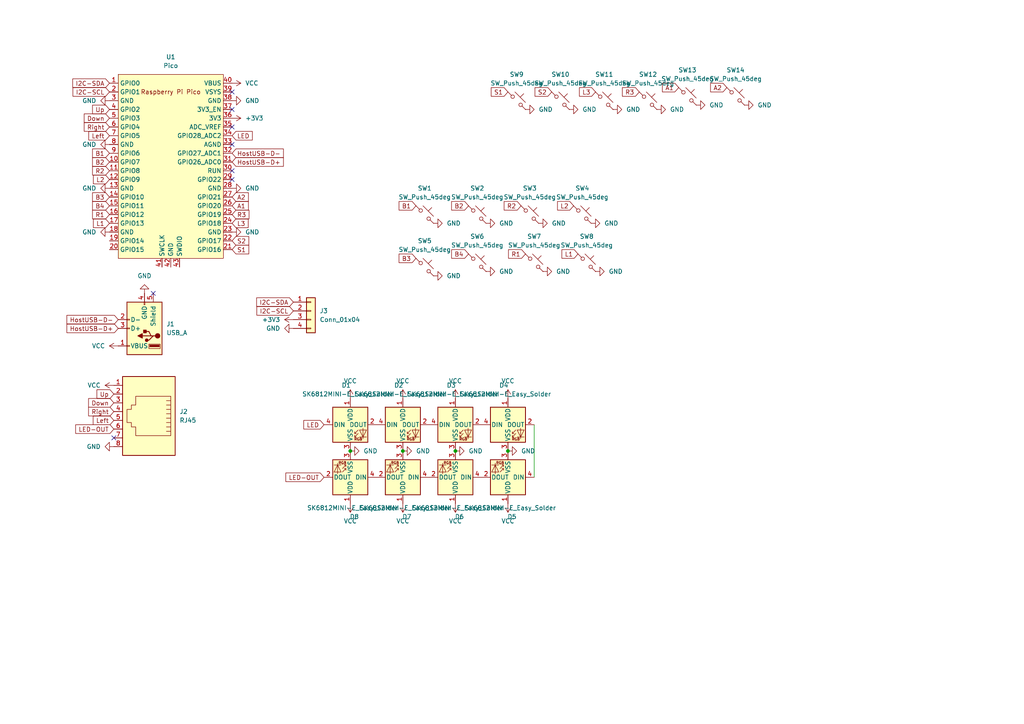
<source format=kicad_sch>
(kicad_sch (version 20230121) (generator eeschema)
  (paper "A4")
  (lib_symbols
    (symbol "Connector:RJ45" (pin_names (offset 1.016))
      (property "Reference" "J" (at -5.08 13.97 0))
      (property "Value" "RJ45" (at 2.54 13.97 0))
      (symbol "RJ45_0_1"
        (polyline (pts (xy -5.08 4.445) (xy -6.35 4.445)))
        (polyline (pts (xy -5.08 5.715) (xy -6.35 5.715)))
        (polyline (pts (xy -6.35 -3.175) (xy -5.08 -3.175) (xy -5.08 -3.175)))
        (polyline (pts (xy -6.35 -1.905) (xy -5.08 -1.905) (xy -5.08 -1.905)))
        (polyline (pts (xy -6.35 -0.635) (xy -5.08 -0.635) (xy -5.08 -0.635)))
        (polyline (pts (xy -6.35 0.635) (xy -5.08 0.635) (xy -5.08 0.635)))
        (polyline (pts (xy -6.35 1.905) (xy -5.08 1.905) (xy -5.08 1.905)))
        (polyline (pts (xy -5.08 3.175) (xy -6.35 3.175) (xy -6.35 3.175)))
        (polyline (pts (xy -6.35 -4.445) (xy -6.35 6.985) (xy 3.81 6.985) (xy 3.81 4.445) (xy 5.08 4.445) (xy 5.08 3.175) (xy 6.35 3.175) (xy 6.35 -0.635) (xy 5.08 -0.635) (xy 5.08 -1.905) (xy 3.81 -1.905) (xy 3.81 -4.445) (xy -6.35 -4.445) (xy -6.35 -4.445)))
        (rectangle (start 7.62 12.7) (end -7.62 -10.16) (stroke (width 0.254)) (fill (type background)))
      )
      (symbol "RJ45_1_1"
        (pin passive line (at 10.16 -7.62 180) (length 2.54) (name "~") (number "1"))
        (pin passive line (at 10.16 -5.08 180) (length 2.54) (name "~") (number "2"))
        (pin passive line (at 10.16 -2.54 180) (length 2.54) (name "~") (number "3"))
        (pin passive line (at 10.16 0 180) (length 2.54) (name "~") (number "4"))
        (pin passive line (at 10.16 2.54 180) (length 2.54) (name "~") (number "5"))
        (pin passive line (at 10.16 5.08 180) (length 2.54) (name "~") (number "6"))
        (pin passive line (at 10.16 7.62 180) (length 2.54) (name "~") (number "7"))
        (pin passive line (at 10.16 10.16 180) (length 2.54) (name "~") (number "8"))
      )
    )
    (symbol "Connector:USB_A" (pin_names (offset 1.016))
      (property "Reference" "J" (at -5.08 11.43 0))
      (property "Value" "USB_A" (at -5.08 8.89 0))
      (symbol "USB_A_0_1"
        (rectangle (start -5.08 -7.62) (end 5.08 7.62) (stroke (width 0.254)) (fill (type background)))
        (circle (center -3.81 2.159) (radius 0.635) (stroke (width 0.254)) (fill (type outline)))
        (rectangle (start -1.524 4.826) (end -4.318 5.334) (fill (type outline)))
        (rectangle (start -1.27 4.572) (end -4.572 5.842))
        (circle (center -0.635 3.429) (radius 0.381) (stroke (width 0.254)) (fill (type outline)))
        (rectangle (start -0.127 -7.62) (end 0.127 -6.858))
        (polyline (pts (xy -3.175 2.159) (xy -2.54 2.159) (xy -1.27 3.429) (xy -0.635 3.429)) (stroke (width 0.254)))
        (polyline (pts (xy -2.54 2.159) (xy -1.905 2.159) (xy -1.27 0.889) (xy 0 0.889)) (stroke (width 0.254)))
        (polyline (pts (xy 0.635 2.794) (xy 0.635 1.524) (xy 1.905 2.159) (xy 0.635 2.794)) (stroke (width 0.254)) (fill (type outline)))
        (rectangle (start 0.254 1.27) (end -0.508 0.508) (stroke (width 0.254)) (fill (type outline)))
        (rectangle (start 5.08 -2.667) (end 4.318 -2.413))
        (rectangle (start 5.08 -0.127) (end 4.318 0.127))
        (rectangle (start 5.08 4.953) (end 4.318 5.207))
      )
      (symbol "USB_A_1_1"
        (polyline (pts (xy -1.905 2.159) (xy 0.635 2.159)) (stroke (width 0.254)))
        (pin power_in line (at 7.62 5.08 180) (length 2.54) (name "VBUS") (number "1"))
        (pin bidirectional line (at 7.62 -2.54 180) (length 2.54) (name "D-") (number "2"))
        (pin bidirectional line (at 7.62 0 180) (length 2.54) (name "D+") (number "3"))
        (pin power_in line (at 0 -10.16 90) (length 2.54) (name "GND") (number "4"))
        (pin passive line (at -2.54 -10.16 90) (length 2.54) (name "Shield") (number "5"))
      )
    )
    (symbol "Connector_Generic:Conn_01x04" (pin_names (offset 1.016) hide)
      (property "Reference" "J" (at 0 5.08 0))
      (property "Value" "Conn_01x04" (at 0 -7.62 0))
      (symbol "Conn_01x04_1_1"
        (rectangle (start -1.27 -4.953) (end 0 -5.207) (stroke (width 0.1524)))
        (rectangle (start -1.27 -2.413) (end 0 -2.667) (stroke (width 0.1524)))
        (rectangle (start -1.27 0.127) (end 0 -0.127) (stroke (width 0.1524)))
        (rectangle (start -1.27 2.667) (end 0 2.413) (stroke (width 0.1524)))
        (rectangle (start -1.27 3.81) (end 1.27 -6.35) (stroke (width 0.254)) (fill (type background)))
        (pin passive line (at -5.08 2.54 0) (length 3.81) (name "Pin_1") (number "1"))
        (pin passive line (at -5.08 0 0) (length 3.81) (name "Pin_2") (number "2"))
        (pin passive line (at -5.08 -2.54 0) (length 3.81) (name "Pin_3") (number "3"))
        (pin passive line (at -5.08 -5.08 0) (length 3.81) (name "Pin_4") (number "4"))
      )
    )
    (symbol "MCU_RaspberryPi_and_Boards:Pico"
      (property "Reference" "U" (at -13.97 27.94 0))
      (property "Value" "Pico" (at 0 19.05 0))
      (symbol "Pico_0_0"
        (text "Raspberry Pi Pico" (at 0 21.59 0) (effects (font (size 1.27 1.27))))
      )
      (symbol "Pico_0_1"
        (rectangle (start -15.24 26.67) (end 15.24 -26.67) (fill (type background)))
      )
      (symbol "Pico_1_1"
        (pin bidirectional line (at -17.78 24.13 0) (length 2.54) (name "GPIO0") (number "1"))
        (pin bidirectional line (at -17.78 1.27 0) (length 2.54) (name "GPIO7") (number "10"))
        (pin bidirectional line (at -17.78 -1.27 0) (length 2.54) (name "GPIO8") (number "11"))
        (pin bidirectional line (at -17.78 -3.81 0) (length 2.54) (name "GPIO9") (number "12"))
        (pin power_in line (at -17.78 -6.35 0) (length 2.54) (name "GND") (number "13"))
        (pin bidirectional line (at -17.78 -8.89 0) (length 2.54) (name "GPIO10") (number "14"))
        (pin bidirectional line (at -17.78 -11.43 0) (length 2.54) (name "GPIO11") (number "15"))
        (pin bidirectional line (at -17.78 -13.97 0) (length 2.54) (name "GPIO12") (number "16"))
        (pin bidirectional line (at -17.78 -16.51 0) (length 2.54) (name "GPIO13") (number "17"))
        (pin power_in line (at -17.78 -19.05 0) (length 2.54) (name "GND") (number "18"))
        (pin bidirectional line (at -17.78 -21.59 0) (length 2.54) (name "GPIO14") (number "19"))
        (pin bidirectional line (at -17.78 21.59 0) (length 2.54) (name "GPIO1") (number "2"))
        (pin bidirectional line (at -17.78 -24.13 0) (length 2.54) (name "GPIO15") (number "20"))
        (pin bidirectional line (at 17.78 -24.13 180) (length 2.54) (name "GPIO16") (number "21"))
        (pin bidirectional line (at 17.78 -21.59 180) (length 2.54) (name "GPIO17") (number "22"))
        (pin power_in line (at 17.78 -19.05 180) (length 2.54) (name "GND") (number "23"))
        (pin bidirectional line (at 17.78 -16.51 180) (length 2.54) (name "GPIO18") (number "24"))
        (pin bidirectional line (at 17.78 -13.97 180) (length 2.54) (name "GPIO19") (number "25"))
        (pin bidirectional line (at 17.78 -11.43 180) (length 2.54) (name "GPIO20") (number "26"))
        (pin bidirectional line (at 17.78 -8.89 180) (length 2.54) (name "GPIO21") (number "27"))
        (pin power_in line (at 17.78 -6.35 180) (length 2.54) (name "GND") (number "28"))
        (pin bidirectional line (at 17.78 -3.81 180) (length 2.54) (name "GPIO22") (number "29"))
        (pin power_in line (at -17.78 19.05 0) (length 2.54) (name "GND") (number "3"))
        (pin input line (at 17.78 -1.27 180) (length 2.54) (name "RUN") (number "30"))
        (pin bidirectional line (at 17.78 1.27 180) (length 2.54) (name "GPIO26_ADC0") (number "31"))
        (pin bidirectional line (at 17.78 3.81 180) (length 2.54) (name "GPIO27_ADC1") (number "32"))
        (pin power_in line (at 17.78 6.35 180) (length 2.54) (name "AGND") (number "33"))
        (pin bidirectional line (at 17.78 8.89 180) (length 2.54) (name "GPIO28_ADC2") (number "34"))
        (pin power_in line (at 17.78 11.43 180) (length 2.54) (name "ADC_VREF") (number "35"))
        (pin power_in line (at 17.78 13.97 180) (length 2.54) (name "3V3") (number "36"))
        (pin input line (at 17.78 16.51 180) (length 2.54) (name "3V3_EN") (number "37"))
        (pin bidirectional line (at 17.78 19.05 180) (length 2.54) (name "GND") (number "38"))
        (pin power_in line (at 17.78 21.59 180) (length 2.54) (name "VSYS") (number "39"))
        (pin bidirectional line (at -17.78 16.51 0) (length 2.54) (name "GPIO2") (number "4"))
        (pin power_in line (at 17.78 24.13 180) (length 2.54) (name "VBUS") (number "40"))
        (pin input line (at -2.54 -29.21 90) (length 2.54) (name "SWCLK") (number "41"))
        (pin power_in line (at 0 -29.21 90) (length 2.54) (name "GND") (number "42"))
        (pin bidirectional line (at 2.54 -29.21 90) (length 2.54) (name "SWDIO") (number "43"))
        (pin bidirectional line (at -17.78 13.97 0) (length 2.54) (name "GPIO3") (number "5"))
        (pin bidirectional line (at -17.78 11.43 0) (length 2.54) (name "GPIO4") (number "6"))
        (pin bidirectional line (at -17.78 8.89 0) (length 2.54) (name "GPIO5") (number "7"))
        (pin power_in line (at -17.78 6.35 0) (length 2.54) (name "GND") (number "8"))
        (pin bidirectional line (at -17.78 3.81 0) (length 2.54) (name "GPIO6") (number "9"))
      )
    )
    (symbol "Switch:SW_Push_45deg" (pin_numbers hide) (pin_names (offset 1.016) hide)
      (property "Reference" "SW" (at 3.048 1.016 0))
      (property "Value" "SW_Push_45deg" (at 0 -3.81 0))
      (symbol "SW_Push_45deg_0_1"
        (circle (center -1.1684 1.1684) (radius 0.508))
        (polyline (pts (xy -0.508 2.54) (xy 2.54 -0.508)))
        (polyline (pts (xy 1.016 1.016) (xy 2.032 2.032)))
        (polyline (pts (xy -2.54 2.54) (xy -1.524 1.524) (xy -1.524 1.524)))
        (polyline (pts (xy 1.524 -1.524) (xy 2.54 -2.54) (xy 2.54 -2.54) (xy 2.54 -2.54)))
        (circle (center 1.143 -1.1938) (radius 0.508))
        (pin passive line (at -2.54 2.54 0) (length 0) (name "1") (number "1"))
        (pin passive line (at 2.54 -2.54 180) (length 0) (name "2") (number "2"))
      )
    )
    (symbol "power:+3V3" (power) (pin_names (offset 0))
      (property "Value" "+3V3" (at 0 3.556 0))
      (symbol "+3V3_0_1"
        (polyline (pts (xy -0.762 1.27) (xy 0 2.54)))
        (polyline (pts (xy 0 0) (xy 0 2.54)))
        (polyline (pts (xy 0 2.54) (xy 0.762 1.27)))
      )
      (symbol "+3V3_1_1"
        (pin power_in line (at 0 0 90) (length 0) hide (name "+3V3") (number "1"))
      )
    )
    (symbol "power:GND" (power) (pin_names (offset 0))
      (property "Value" "GND" (at 0 -3.81 0))
      (symbol "GND_0_1"
        (polyline (pts (xy 0 0) (xy 0 -1.27) (xy 1.27 -1.27) (xy 0 -2.54) (xy -1.27 -1.27) (xy 0 -1.27)))
      )
      (symbol "GND_1_1"
        (pin power_in line (at 0 0 270) (length 0) hide (name "GND") (number "1"))
      )
    )
    (symbol "power:VCC" (power) (pin_names (offset 0))
      (property "Value" "VCC" (at 0 3.81 0))
      (symbol "VCC_0_1"
        (polyline (pts (xy -0.762 1.27) (xy 0 2.54)))
        (polyline (pts (xy 0 0) (xy 0 2.54)))
        (polyline (pts (xy 0 2.54) (xy 0.762 1.27)))
      )
      (symbol "VCC_1_1"
        (pin power_in line (at 0 0 90) (length 0) hide (name "VCC") (number "1"))
      )
    )
    (symbol "sk6812mini-e_easy_solder:SK6812MINI-E_Easy_Solder" (pin_names (offset 0.254))
      (property "Reference" "D" (at 5.08 5.715 0))
      (property "Value" "SK6812MINI-E_Easy_Solder" (at 1.27 -5.715 0))
      (symbol "SK6812MINI-E_Easy_Solder_0_0"
        (text "RGB" (at 2.286 -4.191 0) (effects (font (size 0.762 0.762))))
      )
      (symbol "SK6812MINI-E_Easy_Solder_0_1"
        (polyline (pts (xy 1.27 -3.556) (xy 1.778 -3.556)))
        (polyline (pts (xy 1.27 -2.54) (xy 1.778 -2.54)))
        (polyline (pts (xy 4.699 -3.556) (xy 2.667 -3.556)))
        (polyline (pts (xy 2.286 -2.54) (xy 1.27 -3.556) (xy 1.27 -3.048)))
        (polyline (pts (xy 2.286 -1.524) (xy 1.27 -2.54) (xy 1.27 -2.032)))
        (polyline (pts (xy 3.683 -1.016) (xy 3.683 -3.556) (xy 3.683 -4.064)))
        (polyline (pts (xy 4.699 -1.524) (xy 2.667 -1.524) (xy 3.683 -3.556) (xy 4.699 -1.524)))
        (rectangle (start 5.08 5.08) (end -5.08 -5.08) (stroke (width 0.254)) (fill (type background)))
      )
      (symbol "SK6812MINI-E_Easy_Solder_1_1"
        (pin power_in line (at 0 7.62 270) (length 2.54) (name "VDD") (number "1"))
        (pin output line (at 7.62 0 180) (length 2.54) (name "DOUT") (number "2"))
        (pin power_in line (at 0 -7.62 90) (length 2.54) (name "VSS") (number "3"))
        (pin input line (at -7.62 0 0) (length 2.54) (name "DIN") (number "4"))
      )
    )
  )
  (junction (at 132.08 130.81))
  (junction (at 147.32 130.81))
  (junction (at 116.84 130.81))
  (junction (at 101.6 130.81))
  (no_connect (at 33.02 127))
  (no_connect (at 67.31 31.75))
  (no_connect (at 67.31 36.83))
  (no_connect (at 67.31 49.53))
  (no_connect (at 67.31 26.67))
  (no_connect (at 44.45 85.09))
  (no_connect (at 67.31 41.91))
  (no_connect (at 67.31 52.07))
  (wire (pts (xy 154.94 123.19) (xy 154.94 138.43)))
  (global_label "LED-OUT" (shape input) (at 33.02 124.46 180) (property "Intersheetrefs" "${INTERSHEET_REFS}" (effects hide)))
  (global_label "R1" (shape input) (at 31.75 62.23 180) (property "Intersheetrefs" "${INTERSHEET_REFS}" (effects hide)))
  (global_label "Right" (shape input) (at 31.75 36.83 180) (property "Intersheetrefs" "${INTERSHEET_REFS}" (effects hide)))
  (global_label "L2" (shape input) (at 31.75 52.07 180) (property "Intersheetrefs" "${INTERSHEET_REFS}" (effects hide)))
  (global_label "B4" (shape input) (at 31.75 59.69 180) (property "Intersheetrefs" "${INTERSHEET_REFS}" (effects hide)))
  (global_label "HostUSB-D+" (shape input) (at 34.29 95.25 180) (property "Intersheetrefs" "${INTERSHEET_REFS}" (effects hide)))
  (global_label "I2C-SDA" (shape input) (at 85.09 87.63 180) (property "Intersheetrefs" "${INTERSHEET_REFS}" (effects hide)))
  (global_label "B1" (shape input) (at 120.65 59.69 180) (property "Intersheetrefs" "${INTERSHEET_REFS}" (effects hide)))
  (global_label "Left" (shape input) (at 33.02 121.92 180) (property "Intersheetrefs" "${INTERSHEET_REFS}" (effects hide)))
  (global_label "S2" (shape input) (at 67.31 69.85 0) (property "Intersheetrefs" "${INTERSHEET_REFS}" (effects hide)))
  (global_label "HostUSB-D+" (shape input) (at 67.31 46.99 0) (property "Intersheetrefs" "${INTERSHEET_REFS}" (effects hide)))
  (global_label "B2" (shape input) (at 135.89 59.69 180) (property "Intersheetrefs" "${INTERSHEET_REFS}" (effects hide)))
  (global_label "I2C-SCL" (shape input) (at 85.09 90.17 180) (property "Intersheetrefs" "${INTERSHEET_REFS}" (effects hide)))
  (global_label "R1" (shape input) (at 152.4 73.66 180) (property "Intersheetrefs" "${INTERSHEET_REFS}" (effects hide)))
  (global_label "Right" (shape input) (at 33.02 119.38 180) (property "Intersheetrefs" "${INTERSHEET_REFS}" (effects hide)))
  (global_label "B4" (shape input) (at 135.89 73.66 180) (property "Intersheetrefs" "${INTERSHEET_REFS}" (effects hide)))
  (global_label "Down" (shape input) (at 31.75 34.29 180) (property "Intersheetrefs" "${INTERSHEET_REFS}" (effects hide)))
  (global_label "B3" (shape input) (at 31.75 57.15 180) (property "Intersheetrefs" "${INTERSHEET_REFS}" (effects hide)))
  (global_label "L1" (shape input) (at 31.75 64.77 180) (property "Intersheetrefs" "${INTERSHEET_REFS}" (effects hide)))
  (global_label "LED-OUT" (shape input) (at 93.98 138.43 180) (property "Intersheetrefs" "${INTERSHEET_REFS}" (effects hide)))
  (global_label "A1" (shape input) (at 67.31 59.69 0) (property "Intersheetrefs" "${INTERSHEET_REFS}" (effects hide)))
  (global_label "L3" (shape input) (at 67.31 64.77 0) (property "Intersheetrefs" "${INTERSHEET_REFS}" (effects hide)))
  (global_label "Up" (shape input) (at 33.02 114.3 180) (property "Intersheetrefs" "${INTERSHEET_REFS}" (effects hide)))
  (global_label "S1" (shape input) (at 67.31 72.39 0) (property "Intersheetrefs" "${INTERSHEET_REFS}" (effects hide)))
  (global_label "L2" (shape input) (at 166.37 59.69 180) (property "Intersheetrefs" "${INTERSHEET_REFS}" (effects hide)))
  (global_label "HostUSB-D-" (shape input) (at 34.29 92.71 180) (property "Intersheetrefs" "${INTERSHEET_REFS}" (effects hide)))
  (global_label "B1" (shape input) (at 31.75 44.45 180) (property "Intersheetrefs" "${INTERSHEET_REFS}" (effects hide)))
  (global_label "A2" (shape input) (at 67.31 57.15 0) (property "Intersheetrefs" "${INTERSHEET_REFS}" (effects hide)))
  (global_label "LED" (shape input) (at 93.98 123.19 180) (property "Intersheetrefs" "${INTERSHEET_REFS}" (effects hide)))
  (global_label "L3" (shape input) (at 172.72 26.67 180) (property "Intersheetrefs" "${INTERSHEET_REFS}" (effects hide)))
  (global_label "S2" (shape input) (at 160.02 26.67 180) (property "Intersheetrefs" "${INTERSHEET_REFS}" (effects hide)))
  (global_label "S1" (shape input) (at 147.32 26.67 180) (property "Intersheetrefs" "${INTERSHEET_REFS}" (effects hide)))
  (global_label "R2" (shape input) (at 151.13 59.69 180) (property "Intersheetrefs" "${INTERSHEET_REFS}" (effects hide)))
  (global_label "Left" (shape input) (at 31.75 39.37 180) (property "Intersheetrefs" "${INTERSHEET_REFS}" (effects hide)))
  (global_label "I2C-SDA" (shape input) (at 31.75 24.13 180) (property "Intersheetrefs" "${INTERSHEET_REFS}" (effects hide)))
  (global_label "A1" (shape input) (at 196.85 25.4 180) (property "Intersheetrefs" "${INTERSHEET_REFS}" (effects hide)))
  (global_label "R3" (shape input) (at 67.31 62.23 0) (property "Intersheetrefs" "${INTERSHEET_REFS}" (effects hide)))
  (global_label "R3" (shape input) (at 185.42 26.67 180) (property "Intersheetrefs" "${INTERSHEET_REFS}" (effects hide)))
  (global_label "HostUSB-D-" (shape input) (at 67.31 44.45 0) (property "Intersheetrefs" "${INTERSHEET_REFS}" (effects hide)))
  (global_label "R2" (shape input) (at 31.75 49.53 180) (property "Intersheetrefs" "${INTERSHEET_REFS}" (effects hide)))
  (global_label "Down" (shape input) (at 33.02 116.84 180) (property "Intersheetrefs" "${INTERSHEET_REFS}" (effects hide)))
  (global_label "Up" (shape input) (at 31.75 31.75 180) (property "Intersheetrefs" "${INTERSHEET_REFS}" (effects hide)))
  (global_label "L1" (shape input) (at 167.64 73.66 180) (property "Intersheetrefs" "${INTERSHEET_REFS}" (effects hide)))
  (global_label "B3" (shape input) (at 120.65 74.93 180) (property "Intersheetrefs" "${INTERSHEET_REFS}" (effects hide)))
  (global_label "B2" (shape input) (at 31.75 46.99 180) (property "Intersheetrefs" "${INTERSHEET_REFS}" (effects hide)))
  (global_label "LED" (shape input) (at 67.31 39.37 0) (property "Intersheetrefs" "${INTERSHEET_REFS}" (effects hide)))
  (global_label "A2" (shape input) (at 210.82 25.4 180) (property "Intersheetrefs" "${INTERSHEET_REFS}" (effects hide)))
  (global_label "I2C-SCL" (shape input) (at 31.75 26.67 180) (property "Intersheetrefs" "${INTERSHEET_REFS}" (effects hide)))
  (symbol (lib_id "power:GND") (at 132.08 130.81 90) (unit 1)
    (property "Reference" "#PWR030" (effects hide))
    (property "Value" "GND" (at 135.89 130.81 90) (effects (justify right)))
  )
  (symbol (lib_id "power:GND") (at 157.48 78.74 90) (unit 1)
    (property "Reference" "#PWR020" (effects hide))
    (property "Value" "GND" (at 161.29 78.74 90) (effects (justify right)))
  )
  (symbol (lib_id "Switch:SW_Push_45deg") (at 175.26 29.21 0) (unit 1)
    (property "Reference" "SW11" (at 175.26 21.59 0))
    (property "Value" "SW_Push_45deg" (at 175.26 24.13 0))
    (property "Footprint" "Button_Switch_THT:SW_PUSH_6mm" (effects hide))
  )
  (symbol (lib_id "power:GND") (at 85.09 95.25 270) (unit 1)
    (property "Reference" "#PWR040" (effects hide))
    (property "Value" "GND" (at 81.28 95.25 90) (effects (justify right)))
  )
  (symbol (lib_id "power:GND") (at 140.97 78.74 90) (unit 1)
    (property "Reference" "#PWR019" (effects hide))
    (property "Value" "GND" (at 144.78 78.74 90) (effects (justify right)))
  )
  (symbol (lib_id "Connector_Generic:Conn_01x04") (at 90.17 90.17 0) (unit 1)
    (property "Reference" "J3" (at 92.71 90.17 0) (effects (justify left)))
    (property "Value" "Conn_01x04" (at 92.71 92.71 0) (effects (justify left)))
    (property "Footprint" "splitsbits:OLED_4Pin" (effects hide))
  )
  (symbol (lib_id "Switch:SW_Push_45deg") (at 154.94 76.2 0) (unit 1)
    (property "Reference" "SW7" (at 154.94 68.58 0))
    (property "Value" "SW_Push_45deg" (at 154.94 71.12 0))
    (property "Footprint" "splitsbits:Kailh_socket_MX-ChocV1" (effects hide))
  )
  (symbol (lib_id "power:GND") (at 140.97 64.77 90) (unit 1)
    (property "Reference" "#PWR015" (effects hide))
    (property "Value" "GND" (at 144.78 64.77 90) (effects (justify right)))
  )
  (symbol (lib_id "power:GND") (at 171.45 64.77 90) (unit 1)
    (property "Reference" "#PWR017" (effects hide))
    (property "Value" "GND" (at 175.26 64.77 90) (effects (justify right)))
  )
  (symbol (lib_id "power:VCC") (at 147.32 115.57 0) (unit 1)
    (property "Reference" "#PWR035" (effects hide))
    (property "Value" "VCC" (at 147.32 110.49 0))
  )
  (symbol (lib_id "power:GND") (at 67.31 54.61 90) (unit 1)
    (property "Reference" "#PWR012" (effects hide))
    (property "Value" "GND" (at 71.12 54.61 90) (effects (justify right)))
  )
  (symbol (lib_id "power:GND") (at 31.75 41.91 270) (unit 1)
    (property "Reference" "#PWR02" (effects hide))
    (property "Value" "GND" (at 27.94 41.91 90) (effects (justify right)))
  )
  (symbol (lib_id "sk6812mini-e_easy_solder:SK6812MINI-E_Easy_Solder") (at 101.6 138.43 180) (unit 1)
    (property "Reference" "D8" (at 104.14 149.86 0) (effects (justify left)))
    (property "Value" "SK6812MINI-E_Easy_Solder" (at 115.57 147.32 0) (effects (justify left)))
    (property "Footprint" "splitsbits:YS-SK6812MINI-E-SingleSide" (effects hide))
  )
  (symbol (lib_id "sk6812mini-e_easy_solder:SK6812MINI-E_Easy_Solder") (at 101.6 123.19 0) (unit 1)
    (property "Reference" "D1" (at 99.06 111.76 0) (effects (justify left)))
    (property "Value" "SK6812MINI-E_Easy_Solder" (at 87.63 114.3 0) (effects (justify left)))
    (property "Footprint" "splitsbits:YS-SK6812MINI-E-SingleSide" (effects hide))
  )
  (symbol (lib_id "sk6812mini-e_easy_solder:SK6812MINI-E_Easy_Solder") (at 116.84 123.19 0) (unit 1)
    (property "Reference" "D2" (at 114.3 111.76 0) (effects (justify left)))
    (property "Value" "SK6812MINI-E_Easy_Solder" (at 102.87 114.3 0) (effects (justify left)))
    (property "Footprint" "splitsbits:YS-SK6812MINI-E-SingleSide" (effects hide))
  )
  (symbol (lib_id "power:GND") (at 201.93 30.48 90) (unit 1)
    (property "Reference" "#PWR026" (effects hide))
    (property "Value" "GND" (at 205.74 30.48 90) (effects (justify right)))
  )
  (symbol (lib_id "power:VCC") (at 101.6 115.57 0) (unit 1)
    (property "Reference" "#PWR032" (effects hide))
    (property "Value" "VCC" (at 101.6 110.49 0))
  )
  (symbol (lib_id "sk6812mini-e_easy_solder:SK6812MINI-E_Easy_Solder") (at 132.08 123.19 0) (unit 1)
    (property "Reference" "D3" (at 129.54 111.76 0) (effects (justify left)))
    (property "Value" "SK6812MINI-E_Easy_Solder" (at 118.11 114.3 0) (effects (justify left)))
    (property "Footprint" "splitsbits:YS-SK6812MINI-E-SingleSide" (effects hide))
  )
  (symbol (lib_id "power:VCC") (at 34.29 100.33 90) (unit 1)
    (property "Reference" "#PWR07" (effects hide))
    (property "Value" "VCC" (at 30.48 100.33 90) (effects (justify left)))
  )
  (symbol (lib_id "power:GND") (at 156.21 64.77 90) (unit 1)
    (property "Reference" "#PWR016" (effects hide))
    (property "Value" "GND" (at 160.02 64.77 90) (effects (justify right)))
  )
  (symbol (lib_id "power:GND") (at 152.4 31.75 90) (unit 1)
    (property "Reference" "#PWR022" (effects hide))
    (property "Value" "GND" (at 156.21 31.75 90) (effects (justify right)))
  )
  (symbol (lib_id "power:VCC") (at 116.84 115.57 0) (unit 1)
    (property "Reference" "#PWR033" (effects hide))
    (property "Value" "VCC" (at 116.84 110.49 0))
  )
  (symbol (lib_id "power:+3V3") (at 85.09 92.71 90) (unit 1)
    (property "Reference" "#PWR041" (effects hide))
    (property "Value" "+3V3" (at 81.28 92.71 90) (effects (justify left)))
  )
  (symbol (lib_id "power:VCC") (at 132.08 115.57 0) (unit 1)
    (property "Reference" "#PWR034" (effects hide))
    (property "Value" "VCC" (at 132.08 110.49 0))
  )
  (symbol (lib_id "power:VCC") (at 147.32 146.05 180) (unit 1)
    (property "Reference" "#PWR036" (effects hide))
    (property "Value" "VCC" (at 147.32 151.13 0))
  )
  (symbol (lib_id "power:GND") (at 101.6 130.81 90) (unit 1)
    (property "Reference" "#PWR028" (effects hide))
    (property "Value" "GND" (at 105.41 130.81 90) (effects (justify right)))
  )
  (symbol (lib_id "Connector:USB_A") (at 41.91 95.25 180) (unit 1)
    (property "Reference" "J1" (at 48.26 93.98 0) (effects (justify right)))
    (property "Value" "USB_A" (at 48.26 96.52 0) (effects (justify right)))
    (property "Footprint" "Connector_USB:USB_A_Molex_67643_Horizontal" (effects hide))
    (property "Datasheet" " ~" (effects hide))
  )
  (symbol (lib_id "power:GND") (at 177.8 31.75 90) (unit 1)
    (property "Reference" "#PWR024" (effects hide))
    (property "Value" "GND" (at 181.61 31.75 90) (effects (justify right)))
  )
  (symbol (lib_id "power:GND") (at 172.72 78.74 90) (unit 1)
    (property "Reference" "#PWR021" (effects hide))
    (property "Value" "GND" (at 176.53 78.74 90) (effects (justify right)))
  )
  (symbol (lib_id "Switch:SW_Push_45deg") (at 123.19 77.47 0) (unit 1)
    (property "Reference" "SW5" (at 123.19 69.85 0))
    (property "Value" "SW_Push_45deg" (at 123.19 72.39 0))
    (property "Footprint" "splitsbits:Kailh_socket_MX-ChocV1" (effects hide))
  )
  (symbol (lib_id "power:GND") (at 190.5 31.75 90) (unit 1)
    (property "Reference" "#PWR025" (effects hide))
    (property "Value" "GND" (at 194.31 31.75 90) (effects (justify right)))
  )
  (symbol (lib_id "power:GND") (at 31.75 67.31 270) (unit 1)
    (property "Reference" "#PWR04" (effects hide))
    (property "Value" "GND" (at 27.94 67.31 90) (effects (justify right)))
  )
  (symbol (lib_id "Switch:SW_Push_45deg") (at 168.91 62.23 0) (unit 1)
    (property "Reference" "SW4" (at 168.91 54.61 0))
    (property "Value" "SW_Push_45deg" (at 168.91 57.15 0))
    (property "Footprint" "splitsbits:Kailh_socket_MX-ChocV1" (effects hide))
  )
  (symbol (lib_id "power:GND") (at 125.73 80.01 90) (unit 1)
    (property "Reference" "#PWR018" (effects hide))
    (property "Value" "GND" (at 129.54 80.01 90) (effects (justify right)))
  )
  (symbol (lib_id "sk6812mini-e_easy_solder:SK6812MINI-E_Easy_Solder") (at 147.32 123.19 0) (unit 1)
    (property "Reference" "D4" (at 144.78 111.76 0) (effects (justify left)))
    (property "Value" "SK6812MINI-E_Easy_Solder" (at 133.35 114.3 0) (effects (justify left)))
    (property "Footprint" "splitsbits:YS-SK6812MINI-E-SingleSide" (effects hide))
  )
  (symbol (lib_id "Switch:SW_Push_45deg") (at 213.36 27.94 0) (unit 1)
    (property "Reference" "SW14" (at 213.36 20.32 0))
    (property "Value" "SW_Push_45deg" (at 213.36 22.86 0))
    (property "Footprint" "Button_Switch_THT:SW_PUSH_6mm" (effects hide))
  )
  (symbol (lib_id "MCU_RaspberryPi_and_Boards:Pico") (at 49.53 48.26 0) (unit 1)
    (property "Reference" "U1" (at 49.53 16.51 0))
    (property "Value" "Pico" (at 49.53 19.05 0))
    (property "Footprint" "splitsbits:RPi_Pico_SMD_TH" (effects hide))
  )
  (symbol (lib_id "sk6812mini-e_easy_solder:SK6812MINI-E_Easy_Solder") (at 147.32 138.43 180) (unit 1)
    (property "Reference" "D5" (at 149.86 149.86 0) (effects (justify left)))
    (property "Value" "SK6812MINI-E_Easy_Solder" (at 161.29 147.32 0) (effects (justify left)))
    (property "Footprint" "splitsbits:YS-SK6812MINI-E-SingleSide" (effects hide))
  )
  (symbol (lib_id "power:VCC") (at 116.84 146.05 180) (unit 1)
    (property "Reference" "#PWR038" (effects hide))
    (property "Value" "VCC" (at 116.84 151.13 0))
  )
  (symbol (lib_id "power:GND") (at 165.1 31.75 90) (unit 1)
    (property "Reference" "#PWR023" (effects hide))
    (property "Value" "GND" (at 168.91 31.75 90) (effects (justify right)))
  )
  (symbol (lib_id "power:+3V3") (at 67.31 34.29 270) (unit 1)
    (property "Reference" "#PWR011" (effects hide))
    (property "Value" "+3V3" (at 71.12 34.29 90) (effects (justify left)))
  )
  (symbol (lib_id "power:GND") (at 147.32 130.81 90) (unit 1)
    (property "Reference" "#PWR031" (effects hide))
    (property "Value" "GND" (at 151.13 130.81 90) (effects (justify right)))
  )
  (symbol (lib_id "Switch:SW_Push_45deg") (at 162.56 29.21 0) (unit 1)
    (property "Reference" "SW10" (at 162.56 21.59 0))
    (property "Value" "SW_Push_45deg" (at 162.56 24.13 0))
    (property "Footprint" "Button_Switch_THT:SW_PUSH_6mm" (effects hide))
  )
  (symbol (lib_id "power:GND") (at 67.31 29.21 90) (unit 1)
    (property "Reference" "#PWR010" (effects hide))
    (property "Value" "GND" (at 71.12 29.21 90) (effects (justify right)))
  )
  (symbol (lib_id "Switch:SW_Push_45deg") (at 123.19 62.23 0) (unit 1)
    (property "Reference" "SW1" (at 123.19 54.61 0))
    (property "Value" "SW_Push_45deg" (at 123.19 57.15 0))
    (property "Footprint" "splitsbits:Kailh_socket_MX-ChocV1" (effects hide))
  )
  (symbol (lib_id "Switch:SW_Push_45deg") (at 149.86 29.21 0) (unit 1)
    (property "Reference" "SW9" (at 149.86 21.59 0))
    (property "Value" "SW_Push_45deg" (at 149.86 24.13 0))
    (property "Footprint" "Button_Switch_THT:SW_PUSH_6mm" (effects hide))
  )
  (symbol (lib_id "power:VCC") (at 33.02 111.76 90) (unit 1)
    (property "Reference" "#PWR05" (effects hide))
    (property "Value" "VCC" (at 29.21 111.76 90) (effects (justify left)))
  )
  (symbol (lib_id "power:GND") (at 125.73 64.77 90) (unit 1)
    (property "Reference" "#PWR014" (effects hide))
    (property "Value" "GND" (at 129.54 64.77 90) (effects (justify right)))
  )
  (symbol (lib_id "power:GND") (at 215.9 30.48 90) (unit 1)
    (property "Reference" "#PWR027" (effects hide))
    (property "Value" "GND" (at 219.71 30.48 90) (effects (justify right)))
  )
  (symbol (lib_id "power:GND") (at 31.75 54.61 270) (unit 1)
    (property "Reference" "#PWR03" (effects hide))
    (property "Value" "GND" (at 27.94 54.61 90) (effects (justify right)))
  )
  (symbol (lib_id "Switch:SW_Push_45deg") (at 153.67 62.23 0) (unit 1)
    (property "Reference" "SW3" (at 153.67 54.61 0))
    (property "Value" "SW_Push_45deg" (at 153.67 57.15 0))
    (property "Footprint" "splitsbits:Kailh_socket_MX-ChocV1" (effects hide))
  )
  (symbol (lib_id "Switch:SW_Push_45deg") (at 187.96 29.21 0) (unit 1)
    (property "Reference" "SW12" (at 187.96 21.59 0))
    (property "Value" "SW_Push_45deg" (at 187.96 24.13 0))
    (property "Footprint" "Button_Switch_THT:SW_PUSH_6mm" (effects hide))
  )
  (symbol (lib_id "power:GND") (at 116.84 130.81 90) (unit 1)
    (property "Reference" "#PWR029" (effects hide))
    (property "Value" "GND" (at 120.65 130.81 90) (effects (justify right)))
  )
  (symbol (lib_id "Switch:SW_Push_45deg") (at 170.18 76.2 0) (unit 1)
    (property "Reference" "SW8" (at 170.18 68.58 0))
    (property "Value" "SW_Push_45deg" (at 170.18 71.12 0))
    (property "Footprint" "splitsbits:Kailh_socket_MX-ChocV1" (effects hide))
  )
  (symbol (lib_id "Switch:SW_Push_45deg") (at 138.43 76.2 0) (unit 1)
    (property "Reference" "SW6" (at 138.43 68.58 0))
    (property "Value" "SW_Push_45deg" (at 138.43 71.12 0))
    (property "Footprint" "splitsbits:Kailh_socket_MX-ChocV1" (effects hide))
  )
  (symbol (lib_id "power:VCC") (at 101.6 146.05 180) (unit 1)
    (property "Reference" "#PWR039" (effects hide))
    (property "Value" "VCC" (at 101.6 151.13 0))
  )
  (symbol (lib_id "power:GND") (at 33.02 129.54 270) (unit 1)
    (property "Reference" "#PWR06" (effects hide))
    (property "Value" "GND" (at 29.21 129.54 90) (effects (justify right)))
  )
  (symbol (lib_id "Connector:RJ45") (at 43.18 119.38 180) (unit 1)
    (property "Reference" "J2" (at 52.07 119.38 0) (effects (justify right)))
    (property "Value" "RJ45" (at 52.07 121.92 0) (effects (justify right)))
    (property "Footprint" "splitsbits:RRJ45R08PC000" (effects hide))
  )
  (symbol (lib_id "power:GND") (at 41.91 85.09 180) (unit 1)
    (property "Reference" "#PWR08" (effects hide))
    (property "Value" "GND" (at 41.91 80.01 0))
  )
  (symbol (lib_id "sk6812mini-e_easy_solder:SK6812MINI-E_Easy_Solder") (at 116.84 138.43 180) (unit 1)
    (property "Reference" "D7" (at 119.38 149.86 0) (effects (justify left)))
    (property "Value" "SK6812MINI-E_Easy_Solder" (at 130.81 147.32 0) (effects (justify left)))
    (property "Footprint" "splitsbits:YS-SK6812MINI-E-SingleSide" (effects hide))
  )
  (symbol (lib_id "power:GND") (at 31.75 29.21 270) (unit 1)
    (property "Reference" "#PWR01" (effects hide))
    (property "Value" "GND" (at 27.94 29.21 90) (effects (justify right)))
  )
  (symbol (lib_id "Switch:SW_Push_45deg") (at 138.43 62.23 0) (unit 1)
    (property "Reference" "SW2" (at 138.43 54.61 0))
    (property "Value" "SW_Push_45deg" (at 138.43 57.15 0))
    (property "Footprint" "splitsbits:Kailh_socket_MX-ChocV1" (effects hide))
  )
  (symbol (lib_id "power:VCC") (at 132.08 146.05 180) (unit 1)
    (property "Reference" "#PWR037" (effects hide))
    (property "Value" "VCC" (at 132.08 151.13 0))
  )
  (symbol (lib_id "power:VCC") (at 67.31 24.13 270) (unit 1)
    (property "Reference" "#PWR09" (effects hide))
    (property "Value" "VCC" (at 71.12 24.13 90) (effects (justify left)))
  )
  (symbol (lib_id "sk6812mini-e_easy_solder:SK6812MINI-E_Easy_Solder") (at 132.08 138.43 180) (unit 1)
    (property "Reference" "D6" (at 134.62 149.86 0) (effects (justify left)))
    (property "Value" "SK6812MINI-E_Easy_Solder" (at 146.05 147.32 0) (effects (justify left)))
    (property "Footprint" "splitsbits:YS-SK6812MINI-E-SingleSide" (effects hide))
  )
  (symbol (lib_id "power:GND") (at 67.31 67.31 90) (unit 1)
    (property "Reference" "#PWR013" (effects hide))
    (property "Value" "GND" (at 71.12 67.31 90) (effects (justify right)))
  )
  (symbol (lib_id "Switch:SW_Push_45deg") (at 199.39 27.94 0) (unit 1)
    (property "Reference" "SW13" (at 199.39 20.32 0))
    (property "Value" "SW_Push_45deg" (at 199.39 22.86 0))
    (property "Footprint" "Button_Switch_THT:SW_PUSH_6mm" (effects hide))
  )
)
</source>
